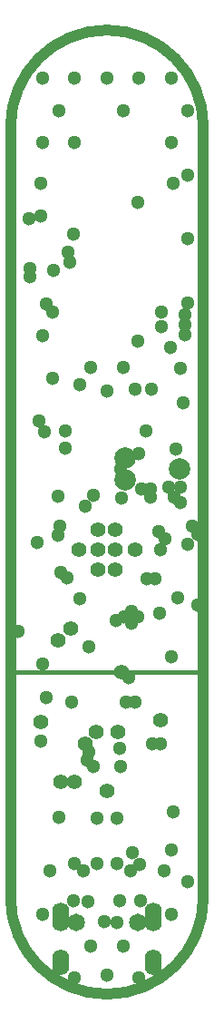
<source format=gbr>
%TF.GenerationSoftware,Altium Limited,Altium Designer,24.2.2 (26)*%
G04 Layer_Physical_Order=3*
G04 Layer_Color=128*
%FSLAX45Y45*%
%MOMM*%
%TF.SameCoordinates,505FE19A-96A0-4540-A324-069B6CBC3D10*%
%TF.FilePolarity,Negative*%
%TF.FileFunction,Copper,L3,Inr,Plane*%
%TF.Part,Single*%
G01*
G75*
%TA.AperFunction,NonConductor*%
%ADD51C,1.01600*%
%TA.AperFunction,ComponentPad*%
%ADD52O,1.60000X2.40000*%
%ADD53O,1.60000X2.70000*%
%ADD54C,1.65000*%
%ADD55C,2.00000*%
%TA.AperFunction,ViaPad*%
%ADD56C,1.30000*%
%ADD57C,1.40000*%
%TA.AperFunction,NonConductor*%
%ADD58C,0.40000*%
D51*
X3000000Y2850000D02*
G03*
X4800000Y2850000I900000J0D01*
G01*
Y10050000D02*
G03*
X3000000Y10050000I-900000J0D01*
G01*
X4800000Y2850000D02*
Y10050000D01*
X3000000Y2850000D02*
Y10050000D01*
D52*
X4332000Y2249500D02*
D03*
X3468000D02*
D03*
D53*
X4332000Y2667500D02*
D03*
X3468000D02*
D03*
D54*
X4189000Y2617500D02*
D03*
X3611000D02*
D03*
D55*
X4580000Y6850000D02*
D03*
X4072000Y6748500D02*
D03*
Y6951500D02*
D03*
D56*
X4650000Y6150000D02*
D03*
X4520000Y9520000D02*
D03*
X4499999Y10499997D02*
D03*
X4649999Y10199997D02*
D03*
X4499999Y9899997D02*
D03*
X4649999Y9599997D02*
D03*
Y8999997D02*
D03*
Y8399997D02*
D03*
X4499999Y5099998D02*
D03*
Y3299999D02*
D03*
X4649999Y2999999D02*
D03*
X4499999Y2699999D02*
D03*
X4199999Y10499997D02*
D03*
Y2099999D02*
D03*
X3899999Y10499997D02*
D03*
X4049999Y10199997D02*
D03*
Y7799998D02*
D03*
Y2399999D02*
D03*
X3599999Y10499997D02*
D03*
Y9899997D02*
D03*
X3749999Y7799998D02*
D03*
Y2399999D02*
D03*
X3599999Y2099999D02*
D03*
X3299999Y10499997D02*
D03*
X3449999Y10199997D02*
D03*
X3299999Y9899997D02*
D03*
Y8099998D02*
D03*
X3449999Y3599999D02*
D03*
X3299999Y2699999D02*
D03*
X4060000Y5470000D02*
D03*
X4130000Y5520000D02*
D03*
X4190000Y5470000D02*
D03*
X4749601Y5579157D02*
D03*
X4270298Y5830297D02*
D03*
X4699600Y6320400D02*
D03*
X4585837Y6539331D02*
D03*
X4530000Y6590000D02*
D03*
X4379600Y6271700D02*
D03*
X4306400Y6590000D02*
D03*
X3460000Y6320000D02*
D03*
X3695046Y6507100D02*
D03*
X3250000Y6170000D02*
D03*
X3069600Y5340000D02*
D03*
X3440000Y6600000D02*
D03*
X4540000Y7040000D02*
D03*
X4480400Y6680000D02*
D03*
X4590000D02*
D03*
X4610000Y7470000D02*
D03*
X4590000Y7790000D02*
D03*
X3510400Y7210000D02*
D03*
X3514304Y7052105D02*
D03*
X4264600Y7209952D02*
D03*
X4200000Y7000000D02*
D03*
X4749601Y6240000D02*
D03*
X4315014Y7598698D02*
D03*
X4160000Y7600000D02*
D03*
X3261600Y7300000D02*
D03*
X4490000Y7990000D02*
D03*
X4630000Y8290000D02*
D03*
Y8200000D02*
D03*
X3390000Y8320000D02*
D03*
X3330000Y8390000D02*
D03*
X4410000Y8320400D02*
D03*
X3550000Y8780000D02*
D03*
X3400000Y8710400D02*
D03*
X3180000Y8725400D02*
D03*
Y8650000D02*
D03*
X3170000Y9190000D02*
D03*
X3283936Y9215213D02*
D03*
X4190000Y9340000D02*
D03*
X3900000Y2130000D02*
D03*
X4630000Y8110000D02*
D03*
X4440000Y6200000D02*
D03*
X4403600Y6100000D02*
D03*
X4310000Y6670000D02*
D03*
X4347155Y5830000D02*
D03*
X4390400Y5510000D02*
D03*
X4030000Y6850000D02*
D03*
X4033600Y6578154D02*
D03*
X4130000Y5410000D02*
D03*
X3772900Y6610000D02*
D03*
X3984417Y5440000D02*
D03*
X3390000Y7700800D02*
D03*
X3650000Y7640400D02*
D03*
X3900000Y7580000D02*
D03*
X3650000Y5640000D02*
D03*
X3300000Y5030000D02*
D03*
X3441686Y6231841D02*
D03*
X3469600Y5890000D02*
D03*
X3320000Y7199600D02*
D03*
X3530000Y5840000D02*
D03*
X4410000Y8179600D02*
D03*
X4190000Y8050000D02*
D03*
X3540000Y8880000D02*
D03*
X3590000Y9050000D02*
D03*
X3280000Y9520000D02*
D03*
X4220000Y6670000D02*
D03*
X4560000Y5650000D02*
D03*
X4101765Y4908529D02*
D03*
X3730000Y5190000D02*
D03*
X4165418Y4675400D02*
D03*
X4080000D02*
D03*
X4020000Y4244600D02*
D03*
X4320000Y4291900D02*
D03*
X3330000Y4720000D02*
D03*
X4030000Y4080000D02*
D03*
X3570000Y4680000D02*
D03*
X3730000Y4210000D02*
D03*
X3770000Y4080000D02*
D03*
X3710400Y4137192D02*
D03*
X4400000Y4291900D02*
D03*
X3280000Y4310000D02*
D03*
X4206811Y3162024D02*
D03*
X4140000Y3270000D02*
D03*
X3810000Y3590000D02*
D03*
X3990000D02*
D03*
X4522209Y3656072D02*
D03*
X3990000Y3170000D02*
D03*
X3600000D02*
D03*
X3810000D02*
D03*
X4122100Y3100000D02*
D03*
X4430000D02*
D03*
X3370000D02*
D03*
X3677900D02*
D03*
X3996201Y2619025D02*
D03*
X3875401Y2626079D02*
D03*
X4021484Y2821856D02*
D03*
X4210000Y2820000D02*
D03*
X3725000Y2818765D02*
D03*
X3584200Y2820000D02*
D03*
D57*
X3980000Y5910000D02*
D03*
X3820000D02*
D03*
X4160000Y6100000D02*
D03*
X3980000D02*
D03*
X3820000D02*
D03*
X3640000D02*
D03*
X3980000Y6290000D02*
D03*
X3820000D02*
D03*
X3440000Y5252595D02*
D03*
X3560000Y5360000D02*
D03*
X4033865Y4960000D02*
D03*
X4402674Y4510000D02*
D03*
X4005000Y4400000D02*
D03*
X3280000Y4490000D02*
D03*
X3700001Y4284593D02*
D03*
X3795000Y4400000D02*
D03*
X3470000Y3930000D02*
D03*
X3600000D02*
D03*
X3900000Y3850000D02*
D03*
D58*
X3000000Y4960000D02*
X4800000D01*
%TF.MD5,4f8b0a8f34878b2e2af8e2822e67b78b*%
M02*

</source>
